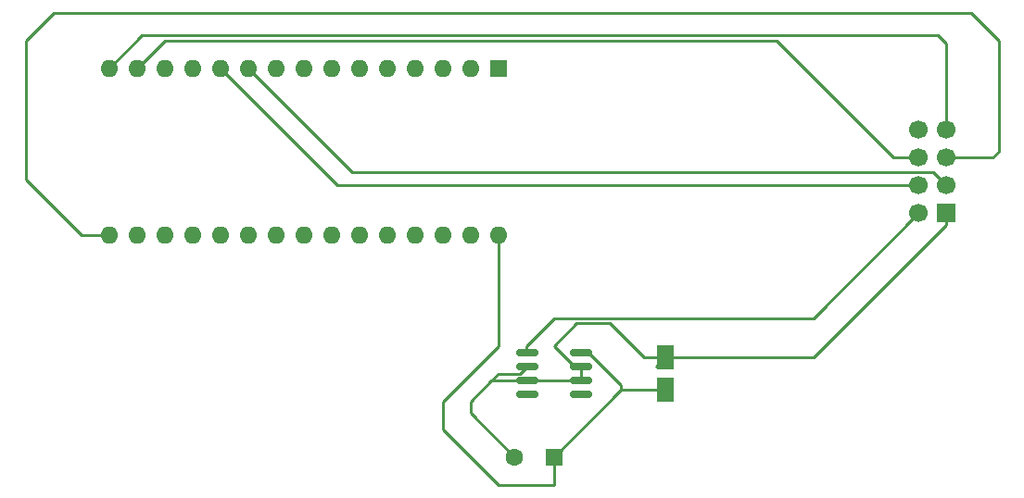
<source format=gbr>
%TF.GenerationSoftware,KiCad,Pcbnew,(6.0.5)*%
%TF.CreationDate,2022-06-15T21:14:50-03:00*%
%TF.ProjectId,transmitter-pcb,7472616e-736d-4697-9474-65722d706362,rev?*%
%TF.SameCoordinates,Original*%
%TF.FileFunction,Copper,L1,Top*%
%TF.FilePolarity,Positive*%
%FSLAX46Y46*%
G04 Gerber Fmt 4.6, Leading zero omitted, Abs format (unit mm)*
G04 Created by KiCad (PCBNEW (6.0.5)) date 2022-06-15 21:14:50*
%MOMM*%
%LPD*%
G01*
G04 APERTURE LIST*
G04 Aperture macros list*
%AMRoundRect*
0 Rectangle with rounded corners*
0 $1 Rounding radius*
0 $2 $3 $4 $5 $6 $7 $8 $9 X,Y pos of 4 corners*
0 Add a 4 corners polygon primitive as box body*
4,1,4,$2,$3,$4,$5,$6,$7,$8,$9,$2,$3,0*
0 Add four circle primitives for the rounded corners*
1,1,$1+$1,$2,$3*
1,1,$1+$1,$4,$5*
1,1,$1+$1,$6,$7*
1,1,$1+$1,$8,$9*
0 Add four rect primitives between the rounded corners*
20,1,$1+$1,$2,$3,$4,$5,0*
20,1,$1+$1,$4,$5,$6,$7,0*
20,1,$1+$1,$6,$7,$8,$9,0*
20,1,$1+$1,$8,$9,$2,$3,0*%
G04 Aperture macros list end*
%TA.AperFunction,SMDPad,CuDef*%
%ADD10RoundRect,0.150000X-0.825000X-0.150000X0.825000X-0.150000X0.825000X0.150000X-0.825000X0.150000X0*%
%TD*%
%TA.AperFunction,ComponentPad*%
%ADD11O,1.600000X1.600000*%
%TD*%
%TA.AperFunction,ComponentPad*%
%ADD12R,1.600000X1.600000*%
%TD*%
%TA.AperFunction,ComponentPad*%
%ADD13R,1.700000X1.700000*%
%TD*%
%TA.AperFunction,ComponentPad*%
%ADD14C,1.700000*%
%TD*%
%TA.AperFunction,ComponentPad*%
%ADD15RoundRect,0.250000X0.550000X0.550000X-0.550000X0.550000X-0.550000X-0.550000X0.550000X-0.550000X0*%
%TD*%
%TA.AperFunction,ComponentPad*%
%ADD16C,1.600000*%
%TD*%
%TA.AperFunction,SMDPad,CuDef*%
%ADD17R,1.600000X2.200000*%
%TD*%
%TA.AperFunction,Conductor*%
%ADD18C,0.250000*%
%TD*%
G04 APERTURE END LIST*
D10*
%TO.P,U1,8,IN*%
%TO.N,Net-(A1-Pad30)*%
X137095000Y-112395000D03*
%TO.P,U1,7,GND*%
%TO.N,Net-(C1-Pad2)*%
X137095000Y-113665000D03*
%TO.P,U1,6,GND*%
X137095000Y-114935000D03*
%TO.P,U1,5,NC*%
%TO.N,unconnected-(U1-Pad5)*%
X137095000Y-116205000D03*
%TO.P,U1,4,NC*%
%TO.N,unconnected-(U1-Pad4)*%
X132145000Y-116205000D03*
%TO.P,U1,3,GND*%
%TO.N,Net-(C1-Pad2)*%
X132145000Y-114935000D03*
%TO.P,U1,2,GND*%
X132145000Y-113665000D03*
%TO.P,U1,1,OUT*%
%TO.N,Net-(U1-Pad1)*%
X132145000Y-112395000D03*
%TD*%
D11*
%TO.P,A1,30,VIN*%
%TO.N,Net-(A1-Pad30)*%
X129540000Y-101600000D03*
%TO.P,A1,29,GND*%
%TO.N,Net-(A1-Pad29)*%
X127000000Y-101600000D03*
%TO.P,A1,28,~{RESET}*%
%TO.N,unconnected-(A1-Pad28)*%
X124460000Y-101600000D03*
%TO.P,A1,27,+5V*%
%TO.N,unconnected-(A1-Pad27)*%
X121920000Y-101600000D03*
%TO.P,A1,26,A7*%
%TO.N,unconnected-(A1-Pad26)*%
X119380000Y-101600000D03*
%TO.P,A1,25,A6*%
%TO.N,unconnected-(A1-Pad25)*%
X116840000Y-101600000D03*
%TO.P,A1,24,SCL/A5*%
%TO.N,unconnected-(A1-Pad24)*%
X114300000Y-101600000D03*
%TO.P,A1,23,SDA/A4*%
%TO.N,unconnected-(A1-Pad23)*%
X111760000Y-101600000D03*
%TO.P,A1,22,A3*%
%TO.N,unconnected-(A1-Pad22)*%
X109220000Y-101600000D03*
%TO.P,A1,21,A2*%
%TO.N,unconnected-(A1-Pad21)*%
X106680000Y-101600000D03*
%TO.P,A1,20,A1*%
%TO.N,unconnected-(A1-Pad20)*%
X104140000Y-101600000D03*
%TO.P,A1,19,A0*%
%TO.N,unconnected-(A1-Pad19)*%
X101600000Y-101600000D03*
%TO.P,A1,18,AREF*%
%TO.N,unconnected-(A1-Pad18)*%
X99060000Y-101600000D03*
%TO.P,A1,17,3V3*%
%TO.N,unconnected-(A1-Pad17)*%
X96520000Y-101600000D03*
%TO.P,A1,16,SCK*%
%TO.N,Net-(A1-Pad16)*%
X93980000Y-101600000D03*
%TO.P,A1,15,MISO*%
%TO.N,Net-(A1-Pad15)*%
X93980000Y-86360000D03*
%TO.P,A1,14,MOSI*%
%TO.N,Net-(A1-Pad14)*%
X96520000Y-86360000D03*
%TO.P,A1,13,D10*%
%TO.N,unconnected-(A1-Pad13)*%
X99060000Y-86360000D03*
%TO.P,A1,12,D9*%
%TO.N,unconnected-(A1-Pad12)*%
X101600000Y-86360000D03*
%TO.P,A1,11,D8*%
%TO.N,Net-(A1-Pad11)*%
X104140000Y-86360000D03*
%TO.P,A1,10,D7*%
%TO.N,Net-(A1-Pad10)*%
X106680000Y-86360000D03*
%TO.P,A1,9,D6*%
%TO.N,unconnected-(A1-Pad9)*%
X109220000Y-86360000D03*
%TO.P,A1,8,D5*%
%TO.N,unconnected-(A1-Pad8)*%
X111760000Y-86360000D03*
%TO.P,A1,7,D4*%
%TO.N,unconnected-(A1-Pad7)*%
X114300000Y-86360000D03*
%TO.P,A1,6,D3*%
%TO.N,unconnected-(A1-Pad6)*%
X116840000Y-86360000D03*
%TO.P,A1,5,D2*%
%TO.N,unconnected-(A1-Pad5)*%
X119380000Y-86360000D03*
%TO.P,A1,4,GND*%
%TO.N,Net-(A1-Pad29)*%
X121920000Y-86360000D03*
%TO.P,A1,3,~{RESET}*%
%TO.N,unconnected-(A1-Pad3)*%
X124460000Y-86360000D03*
%TO.P,A1,2,RX1*%
%TO.N,unconnected-(A1-Pad2)*%
X127000000Y-86360000D03*
D12*
%TO.P,A1,1,TX1*%
%TO.N,unconnected-(A1-Pad1)*%
X129540000Y-86360000D03*
%TD*%
D13*
%TO.P,U2,1,GND*%
%TO.N,Net-(C1-Pad2)*%
X170480000Y-99605000D03*
D14*
%TO.P,U2,2,VCC*%
%TO.N,Net-(U1-Pad1)*%
X167940000Y-99605000D03*
%TO.P,U2,3,CE*%
%TO.N,Net-(A1-Pad10)*%
X170480000Y-97065000D03*
%TO.P,U2,4,CSN*%
%TO.N,Net-(A1-Pad11)*%
X167940000Y-97065000D03*
%TO.P,U2,5,SCK*%
%TO.N,Net-(A1-Pad16)*%
X170480000Y-94525000D03*
%TO.P,U2,6,MOSI*%
%TO.N,Net-(A1-Pad14)*%
X167940000Y-94525000D03*
%TO.P,U2,7,MISO*%
%TO.N,Net-(A1-Pad15)*%
X170480000Y-91985000D03*
%TO.P,U2,8,IRQ*%
%TO.N,unconnected-(U2-Pad8)*%
X167940000Y-91985000D03*
%TD*%
D15*
%TO.P,J1,1,Pin_1*%
%TO.N,Net-(A1-Pad30)*%
X134620000Y-121920000D03*
D16*
%TO.P,J1,2,Pin_2*%
%TO.N,Net-(C1-Pad2)*%
X131020000Y-121920000D03*
%TD*%
D17*
%TO.P,C1,2*%
%TO.N,Net-(C1-Pad2)*%
X144780000Y-112800000D03*
%TO.P,C1,1*%
%TO.N,Net-(A1-Pad30)*%
X144780000Y-115800000D03*
%TD*%
D18*
%TO.N,Net-(C1-Pad2)*%
X136525000Y-113665000D02*
X137095000Y-113665000D01*
X134620000Y-111760000D02*
X136525000Y-113665000D01*
X136710480Y-109669520D02*
X134620000Y-111760000D01*
X139700000Y-109669520D02*
X136710480Y-109669520D01*
X142830480Y-112800000D02*
X139700000Y-109669520D01*
X144780000Y-112800000D02*
X142830480Y-112800000D01*
%TO.N,Net-(A1-Pad30)*%
X140740000Y-115340000D02*
X140740000Y-115800000D01*
X137795000Y-112395000D02*
X140740000Y-115340000D01*
X137095000Y-112395000D02*
X137795000Y-112395000D01*
X129540000Y-124460000D02*
X134620000Y-124460000D01*
X124460000Y-119380000D02*
X129540000Y-124460000D01*
X124460000Y-116840000D02*
X124460000Y-119380000D01*
X129540000Y-111760000D02*
X124460000Y-116840000D01*
X134620000Y-124460000D02*
X134620000Y-121920000D01*
X129540000Y-101600000D02*
X129540000Y-111760000D01*
%TO.N,Net-(C1-Pad2)*%
X129540000Y-114300000D02*
X128905000Y-114935000D01*
X131510000Y-114300000D02*
X129540000Y-114300000D01*
X132145000Y-113665000D02*
X131510000Y-114300000D01*
X132145000Y-114935000D02*
X137095000Y-114935000D01*
X128905000Y-114935000D02*
X132145000Y-114935000D01*
X127000000Y-116840000D02*
X128905000Y-114935000D01*
X127000000Y-117900000D02*
X127000000Y-116840000D01*
X131020000Y-121920000D02*
X127000000Y-117900000D01*
X144780000Y-112800000D02*
X143915000Y-113665000D01*
%TO.N,Net-(U1-Pad1)*%
X132080000Y-112330000D02*
X132080000Y-111760000D01*
X132080000Y-111760000D02*
X134620000Y-109220000D01*
X132145000Y-112395000D02*
X132080000Y-112330000D01*
%TO.N,Net-(C1-Pad2)*%
X137095000Y-113665000D02*
X137095000Y-114935000D01*
%TO.N,Net-(A1-Pad16)*%
X175260000Y-93980000D02*
X174715000Y-94525000D01*
X88900000Y-81280000D02*
X172720000Y-81280000D01*
X175260000Y-83820000D02*
X175260000Y-93980000D01*
X86360000Y-96520000D02*
X86360000Y-83820000D01*
X91440000Y-101600000D02*
X86360000Y-96520000D01*
X172720000Y-81280000D02*
X175260000Y-83820000D01*
X93980000Y-101600000D02*
X91440000Y-101600000D01*
X174715000Y-94525000D02*
X170480000Y-94525000D01*
X86360000Y-83820000D02*
X88900000Y-81280000D01*
%TO.N,Net-(A1-Pad15)*%
X169730480Y-83370480D02*
X170480000Y-84120000D01*
X170480000Y-84120000D02*
X170480000Y-91985000D01*
X96969520Y-83370480D02*
X169730480Y-83370480D01*
X93980000Y-86360000D02*
X96969520Y-83370480D01*
%TO.N,Net-(A1-Pad14)*%
X165645000Y-94525000D02*
X167940000Y-94525000D01*
X154940000Y-83820000D02*
X165645000Y-94525000D01*
X99060000Y-83820000D02*
X154940000Y-83820000D01*
X96520000Y-86360000D02*
X99060000Y-83820000D01*
%TO.N,Net-(A1-Pad10)*%
X169305489Y-95890489D02*
X170480000Y-97065000D01*
X116210489Y-95890489D02*
X169305489Y-95890489D01*
X106680000Y-86360000D02*
X116210489Y-95890489D01*
%TO.N,Net-(A1-Pad11)*%
X114845000Y-97065000D02*
X167940000Y-97065000D01*
X104140000Y-86360000D02*
X114845000Y-97065000D01*
%TO.N,Net-(C1-Pad2)*%
X144780000Y-112800000D02*
X145820000Y-112800000D01*
%TO.N,Net-(A1-Pad30)*%
X140740000Y-115800000D02*
X134620000Y-121920000D01*
X144780000Y-115800000D02*
X140740000Y-115800000D01*
%TO.N,Net-(U1-Pad1)*%
X158325000Y-109220000D02*
X134620000Y-109220000D01*
X167940000Y-99605000D02*
X158325000Y-109220000D01*
%TO.N,Net-(C1-Pad2)*%
X158385000Y-112800000D02*
X144780000Y-112800000D01*
X170480000Y-100705000D02*
X158385000Y-112800000D01*
X170480000Y-99605000D02*
X170480000Y-100705000D01*
%TD*%
M02*

</source>
